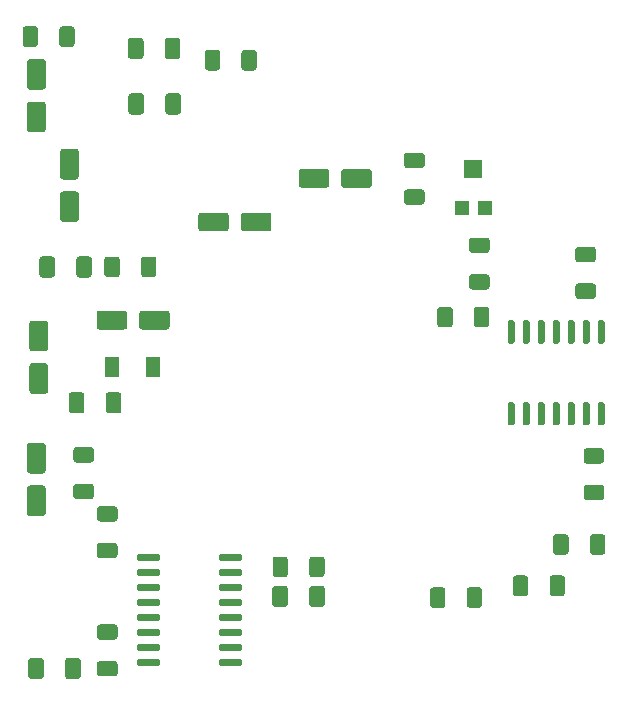
<source format=gtp>
G04 #@! TF.GenerationSoftware,KiCad,Pcbnew,5.1.10-88a1d61d58~88~ubuntu18.04.1*
G04 #@! TF.CreationDate,2024-08-03T23:10:31-04:00*
G04 #@! TF.ProjectId,238-capstan,3233382d-6361-4707-9374-616e2e6b6963,rev?*
G04 #@! TF.SameCoordinates,Original*
G04 #@! TF.FileFunction,Paste,Top*
G04 #@! TF.FilePolarity,Positive*
%FSLAX46Y46*%
G04 Gerber Fmt 4.6, Leading zero omitted, Abs format (unit mm)*
G04 Created by KiCad (PCBNEW 5.1.10-88a1d61d58~88~ubuntu18.04.1) date 2024-08-03 23:10:31*
%MOMM*%
%LPD*%
G01*
G04 APERTURE LIST*
%ADD10R,1.300000X1.700000*%
%ADD11R,1.600000X1.500000*%
%ADD12R,1.200000X1.200000*%
G04 APERTURE END LIST*
D10*
X129400000Y-87500000D03*
X132900000Y-87500000D03*
G36*
G01*
X154375000Y-72437500D02*
X155625000Y-72437500D01*
G75*
G02*
X155875000Y-72687500I0J-250000D01*
G01*
X155875000Y-73487500D01*
G75*
G02*
X155625000Y-73737500I-250000J0D01*
G01*
X154375000Y-73737500D01*
G75*
G02*
X154125000Y-73487500I0J250000D01*
G01*
X154125000Y-72687500D01*
G75*
G02*
X154375000Y-72437500I250000J0D01*
G01*
G37*
G36*
G01*
X154375000Y-69337500D02*
X155625000Y-69337500D01*
G75*
G02*
X155875000Y-69587500I0J-250000D01*
G01*
X155875000Y-70387500D01*
G75*
G02*
X155625000Y-70637500I-250000J0D01*
G01*
X154375000Y-70637500D01*
G75*
G02*
X154125000Y-70387500I0J250000D01*
G01*
X154125000Y-69587500D01*
G75*
G02*
X154375000Y-69337500I250000J0D01*
G01*
G37*
G36*
G01*
X138562500Y-60875000D02*
X138562500Y-62125000D01*
G75*
G02*
X138312500Y-62375000I-250000J0D01*
G01*
X137512500Y-62375000D01*
G75*
G02*
X137262500Y-62125000I0J250000D01*
G01*
X137262500Y-60875000D01*
G75*
G02*
X137512500Y-60625000I250000J0D01*
G01*
X138312500Y-60625000D01*
G75*
G02*
X138562500Y-60875000I0J-250000D01*
G01*
G37*
G36*
G01*
X141662500Y-60875000D02*
X141662500Y-62125000D01*
G75*
G02*
X141412500Y-62375000I-250000J0D01*
G01*
X140612500Y-62375000D01*
G75*
G02*
X140362500Y-62125000I0J250000D01*
G01*
X140362500Y-60875000D01*
G75*
G02*
X140612500Y-60625000I250000J0D01*
G01*
X141412500Y-60625000D01*
G75*
G02*
X141662500Y-60875000I0J-250000D01*
G01*
G37*
G36*
G01*
X123137500Y-58875000D02*
X123137500Y-60125000D01*
G75*
G02*
X122887500Y-60375000I-250000J0D01*
G01*
X122087500Y-60375000D01*
G75*
G02*
X121837500Y-60125000I0J250000D01*
G01*
X121837500Y-58875000D01*
G75*
G02*
X122087500Y-58625000I250000J0D01*
G01*
X122887500Y-58625000D01*
G75*
G02*
X123137500Y-58875000I0J-250000D01*
G01*
G37*
G36*
G01*
X126237500Y-58875000D02*
X126237500Y-60125000D01*
G75*
G02*
X125987500Y-60375000I-250000J0D01*
G01*
X125187500Y-60375000D01*
G75*
G02*
X124937500Y-60125000I0J250000D01*
G01*
X124937500Y-58875000D01*
G75*
G02*
X125187500Y-58625000I250000J0D01*
G01*
X125987500Y-58625000D01*
G75*
G02*
X126237500Y-58875000I0J-250000D01*
G01*
G37*
G36*
G01*
X131862500Y-79625000D02*
X131862500Y-78375000D01*
G75*
G02*
X132112500Y-78125000I250000J0D01*
G01*
X132912500Y-78125000D01*
G75*
G02*
X133162500Y-78375000I0J-250000D01*
G01*
X133162500Y-79625000D01*
G75*
G02*
X132912500Y-79875000I-250000J0D01*
G01*
X132112500Y-79875000D01*
G75*
G02*
X131862500Y-79625000I0J250000D01*
G01*
G37*
G36*
G01*
X128762500Y-79625000D02*
X128762500Y-78375000D01*
G75*
G02*
X129012500Y-78125000I250000J0D01*
G01*
X129812500Y-78125000D01*
G75*
G02*
X130062500Y-78375000I0J-250000D01*
G01*
X130062500Y-79625000D01*
G75*
G02*
X129812500Y-79875000I-250000J0D01*
G01*
X129012500Y-79875000D01*
G75*
G02*
X128762500Y-79625000I0J250000D01*
G01*
G37*
G36*
G01*
X170825000Y-95650000D02*
X169575000Y-95650000D01*
G75*
G02*
X169325000Y-95400000I0J250000D01*
G01*
X169325000Y-94600000D01*
G75*
G02*
X169575000Y-94350000I250000J0D01*
G01*
X170825000Y-94350000D01*
G75*
G02*
X171075000Y-94600000I0J-250000D01*
G01*
X171075000Y-95400000D01*
G75*
G02*
X170825000Y-95650000I-250000J0D01*
G01*
G37*
G36*
G01*
X170825000Y-98750000D02*
X169575000Y-98750000D01*
G75*
G02*
X169325000Y-98500000I0J250000D01*
G01*
X169325000Y-97700000D01*
G75*
G02*
X169575000Y-97450000I250000J0D01*
G01*
X170825000Y-97450000D01*
G75*
G02*
X171075000Y-97700000I0J-250000D01*
G01*
X171075000Y-98500000D01*
G75*
G02*
X170825000Y-98750000I-250000J0D01*
G01*
G37*
G36*
G01*
X164650000Y-105375000D02*
X164650000Y-106625000D01*
G75*
G02*
X164400000Y-106875000I-250000J0D01*
G01*
X163600000Y-106875000D01*
G75*
G02*
X163350000Y-106625000I0J250000D01*
G01*
X163350000Y-105375000D01*
G75*
G02*
X163600000Y-105125000I250000J0D01*
G01*
X164400000Y-105125000D01*
G75*
G02*
X164650000Y-105375000I0J-250000D01*
G01*
G37*
G36*
G01*
X167750000Y-105375000D02*
X167750000Y-106625000D01*
G75*
G02*
X167500000Y-106875000I-250000J0D01*
G01*
X166700000Y-106875000D01*
G75*
G02*
X166450000Y-106625000I0J250000D01*
G01*
X166450000Y-105375000D01*
G75*
G02*
X166700000Y-105125000I250000J0D01*
G01*
X167500000Y-105125000D01*
G75*
G02*
X167750000Y-105375000I0J-250000D01*
G01*
G37*
G36*
G01*
X157637500Y-106375000D02*
X157637500Y-107625000D01*
G75*
G02*
X157387500Y-107875000I-250000J0D01*
G01*
X156587500Y-107875000D01*
G75*
G02*
X156337500Y-107625000I0J250000D01*
G01*
X156337500Y-106375000D01*
G75*
G02*
X156587500Y-106125000I250000J0D01*
G01*
X157387500Y-106125000D01*
G75*
G02*
X157637500Y-106375000I0J-250000D01*
G01*
G37*
G36*
G01*
X160737500Y-106375000D02*
X160737500Y-107625000D01*
G75*
G02*
X160487500Y-107875000I-250000J0D01*
G01*
X159687500Y-107875000D01*
G75*
G02*
X159437500Y-107625000I0J250000D01*
G01*
X159437500Y-106375000D01*
G75*
G02*
X159687500Y-106125000I250000J0D01*
G01*
X160487500Y-106125000D01*
G75*
G02*
X160737500Y-106375000I0J-250000D01*
G01*
G37*
G36*
G01*
X128375000Y-112362500D02*
X129625000Y-112362500D01*
G75*
G02*
X129875000Y-112612500I0J-250000D01*
G01*
X129875000Y-113412500D01*
G75*
G02*
X129625000Y-113662500I-250000J0D01*
G01*
X128375000Y-113662500D01*
G75*
G02*
X128125000Y-113412500I0J250000D01*
G01*
X128125000Y-112612500D01*
G75*
G02*
X128375000Y-112362500I250000J0D01*
G01*
G37*
G36*
G01*
X128375000Y-109262500D02*
X129625000Y-109262500D01*
G75*
G02*
X129875000Y-109512500I0J-250000D01*
G01*
X129875000Y-110312500D01*
G75*
G02*
X129625000Y-110562500I-250000J0D01*
G01*
X128375000Y-110562500D01*
G75*
G02*
X128125000Y-110312500I0J250000D01*
G01*
X128125000Y-109512500D01*
G75*
G02*
X128375000Y-109262500I250000J0D01*
G01*
G37*
G36*
G01*
X128375000Y-102362500D02*
X129625000Y-102362500D01*
G75*
G02*
X129875000Y-102612500I0J-250000D01*
G01*
X129875000Y-103412500D01*
G75*
G02*
X129625000Y-103662500I-250000J0D01*
G01*
X128375000Y-103662500D01*
G75*
G02*
X128125000Y-103412500I0J250000D01*
G01*
X128125000Y-102612500D01*
G75*
G02*
X128375000Y-102362500I250000J0D01*
G01*
G37*
G36*
G01*
X128375000Y-99262500D02*
X129625000Y-99262500D01*
G75*
G02*
X129875000Y-99512500I0J-250000D01*
G01*
X129875000Y-100312500D01*
G75*
G02*
X129625000Y-100562500I-250000J0D01*
G01*
X128375000Y-100562500D01*
G75*
G02*
X128125000Y-100312500I0J250000D01*
G01*
X128125000Y-99512500D01*
G75*
G02*
X128375000Y-99262500I250000J0D01*
G01*
G37*
G36*
G01*
X127625000Y-95562500D02*
X126375000Y-95562500D01*
G75*
G02*
X126125000Y-95312500I0J250000D01*
G01*
X126125000Y-94512500D01*
G75*
G02*
X126375000Y-94262500I250000J0D01*
G01*
X127625000Y-94262500D01*
G75*
G02*
X127875000Y-94512500I0J-250000D01*
G01*
X127875000Y-95312500D01*
G75*
G02*
X127625000Y-95562500I-250000J0D01*
G01*
G37*
G36*
G01*
X127625000Y-98662500D02*
X126375000Y-98662500D01*
G75*
G02*
X126125000Y-98412500I0J250000D01*
G01*
X126125000Y-97612500D01*
G75*
G02*
X126375000Y-97362500I250000J0D01*
G01*
X127625000Y-97362500D01*
G75*
G02*
X127875000Y-97612500I0J-250000D01*
G01*
X127875000Y-98412500D01*
G75*
G02*
X127625000Y-98662500I-250000J0D01*
G01*
G37*
G36*
G01*
X144300000Y-103775000D02*
X144300000Y-105025000D01*
G75*
G02*
X144050000Y-105275000I-250000J0D01*
G01*
X143250000Y-105275000D01*
G75*
G02*
X143000000Y-105025000I0J250000D01*
G01*
X143000000Y-103775000D01*
G75*
G02*
X143250000Y-103525000I250000J0D01*
G01*
X144050000Y-103525000D01*
G75*
G02*
X144300000Y-103775000I0J-250000D01*
G01*
G37*
G36*
G01*
X147400000Y-103775000D02*
X147400000Y-105025000D01*
G75*
G02*
X147150000Y-105275000I-250000J0D01*
G01*
X146350000Y-105275000D01*
G75*
G02*
X146100000Y-105025000I0J250000D01*
G01*
X146100000Y-103775000D01*
G75*
G02*
X146350000Y-103525000I250000J0D01*
G01*
X147150000Y-103525000D01*
G75*
G02*
X147400000Y-103775000I0J-250000D01*
G01*
G37*
G36*
G01*
X161125000Y-77812500D02*
X159875000Y-77812500D01*
G75*
G02*
X159625000Y-77562500I0J250000D01*
G01*
X159625000Y-76762500D01*
G75*
G02*
X159875000Y-76512500I250000J0D01*
G01*
X161125000Y-76512500D01*
G75*
G02*
X161375000Y-76762500I0J-250000D01*
G01*
X161375000Y-77562500D01*
G75*
G02*
X161125000Y-77812500I-250000J0D01*
G01*
G37*
G36*
G01*
X161125000Y-80912500D02*
X159875000Y-80912500D01*
G75*
G02*
X159625000Y-80662500I0J250000D01*
G01*
X159625000Y-79862500D01*
G75*
G02*
X159875000Y-79612500I250000J0D01*
G01*
X161125000Y-79612500D01*
G75*
G02*
X161375000Y-79862500I0J-250000D01*
G01*
X161375000Y-80662500D01*
G75*
G02*
X161125000Y-80912500I-250000J0D01*
G01*
G37*
G36*
G01*
X168875000Y-80400000D02*
X170125000Y-80400000D01*
G75*
G02*
X170375000Y-80650000I0J-250000D01*
G01*
X170375000Y-81450000D01*
G75*
G02*
X170125000Y-81700000I-250000J0D01*
G01*
X168875000Y-81700000D01*
G75*
G02*
X168625000Y-81450000I0J250000D01*
G01*
X168625000Y-80650000D01*
G75*
G02*
X168875000Y-80400000I250000J0D01*
G01*
G37*
G36*
G01*
X168875000Y-77300000D02*
X170125000Y-77300000D01*
G75*
G02*
X170375000Y-77550000I0J-250000D01*
G01*
X170375000Y-78350000D01*
G75*
G02*
X170125000Y-78600000I-250000J0D01*
G01*
X168875000Y-78600000D01*
G75*
G02*
X168625000Y-78350000I0J250000D01*
G01*
X168625000Y-77550000D01*
G75*
G02*
X168875000Y-77300000I250000J0D01*
G01*
G37*
G36*
G01*
X160050000Y-83875000D02*
X160050000Y-82625000D01*
G75*
G02*
X160300000Y-82375000I250000J0D01*
G01*
X161100000Y-82375000D01*
G75*
G02*
X161350000Y-82625000I0J-250000D01*
G01*
X161350000Y-83875000D01*
G75*
G02*
X161100000Y-84125000I-250000J0D01*
G01*
X160300000Y-84125000D01*
G75*
G02*
X160050000Y-83875000I0J250000D01*
G01*
G37*
G36*
G01*
X156950000Y-83875000D02*
X156950000Y-82625000D01*
G75*
G02*
X157200000Y-82375000I250000J0D01*
G01*
X158000000Y-82375000D01*
G75*
G02*
X158250000Y-82625000I0J-250000D01*
G01*
X158250000Y-83875000D01*
G75*
G02*
X158000000Y-84125000I-250000J0D01*
G01*
X157200000Y-84125000D01*
G75*
G02*
X156950000Y-83875000I0J250000D01*
G01*
G37*
G36*
G01*
X168062500Y-101875000D02*
X168062500Y-103125000D01*
G75*
G02*
X167812500Y-103375000I-250000J0D01*
G01*
X167012500Y-103375000D01*
G75*
G02*
X166762500Y-103125000I0J250000D01*
G01*
X166762500Y-101875000D01*
G75*
G02*
X167012500Y-101625000I250000J0D01*
G01*
X167812500Y-101625000D01*
G75*
G02*
X168062500Y-101875000I0J-250000D01*
G01*
G37*
G36*
G01*
X171162500Y-101875000D02*
X171162500Y-103125000D01*
G75*
G02*
X170912500Y-103375000I-250000J0D01*
G01*
X170112500Y-103375000D01*
G75*
G02*
X169862500Y-103125000I0J250000D01*
G01*
X169862500Y-101875000D01*
G75*
G02*
X170112500Y-101625000I250000J0D01*
G01*
X170912500Y-101625000D01*
G75*
G02*
X171162500Y-101875000I0J-250000D01*
G01*
G37*
G36*
G01*
X144300000Y-106249999D02*
X144300000Y-107550001D01*
G75*
G02*
X144050001Y-107800000I-249999J0D01*
G01*
X143224999Y-107800000D01*
G75*
G02*
X142975000Y-107550001I0J249999D01*
G01*
X142975000Y-106249999D01*
G75*
G02*
X143224999Y-106000000I249999J0D01*
G01*
X144050001Y-106000000D01*
G75*
G02*
X144300000Y-106249999I0J-249999D01*
G01*
G37*
G36*
G01*
X147425000Y-106249999D02*
X147425000Y-107550001D01*
G75*
G02*
X147175001Y-107800000I-249999J0D01*
G01*
X146349999Y-107800000D01*
G75*
G02*
X146100000Y-107550001I0J249999D01*
G01*
X146100000Y-106249999D01*
G75*
G02*
X146349999Y-106000000I249999J0D01*
G01*
X147175001Y-106000000D01*
G75*
G02*
X147425000Y-106249999I0J-249999D01*
G01*
G37*
G36*
G01*
X133922500Y-65850001D02*
X133922500Y-64549999D01*
G75*
G02*
X134172499Y-64300000I249999J0D01*
G01*
X134997501Y-64300000D01*
G75*
G02*
X135247500Y-64549999I0J-249999D01*
G01*
X135247500Y-65850001D01*
G75*
G02*
X134997501Y-66100000I-249999J0D01*
G01*
X134172499Y-66100000D01*
G75*
G02*
X133922500Y-65850001I0J249999D01*
G01*
G37*
G36*
G01*
X130797500Y-65850001D02*
X130797500Y-64549999D01*
G75*
G02*
X131047499Y-64300000I249999J0D01*
G01*
X131872501Y-64300000D01*
G75*
G02*
X132122500Y-64549999I0J-249999D01*
G01*
X132122500Y-65850001D01*
G75*
G02*
X131872501Y-66100000I-249999J0D01*
G01*
X131047499Y-66100000D01*
G75*
G02*
X130797500Y-65850001I0J249999D01*
G01*
G37*
G36*
G01*
X133875000Y-61150001D02*
X133875000Y-59849999D01*
G75*
G02*
X134124999Y-59600000I249999J0D01*
G01*
X134950001Y-59600000D01*
G75*
G02*
X135200000Y-59849999I0J-249999D01*
G01*
X135200000Y-61150001D01*
G75*
G02*
X134950001Y-61400000I-249999J0D01*
G01*
X134124999Y-61400000D01*
G75*
G02*
X133875000Y-61150001I0J249999D01*
G01*
G37*
G36*
G01*
X130750000Y-61150001D02*
X130750000Y-59849999D01*
G75*
G02*
X130999999Y-59600000I249999J0D01*
G01*
X131825001Y-59600000D01*
G75*
G02*
X132075000Y-59849999I0J-249999D01*
G01*
X132075000Y-61150001D01*
G75*
G02*
X131825001Y-61400000I-249999J0D01*
G01*
X130999999Y-61400000D01*
G75*
G02*
X130750000Y-61150001I0J249999D01*
G01*
G37*
G36*
G01*
X123625000Y-112349999D02*
X123625000Y-113650001D01*
G75*
G02*
X123375001Y-113900000I-249999J0D01*
G01*
X122549999Y-113900000D01*
G75*
G02*
X122300000Y-113650001I0J249999D01*
G01*
X122300000Y-112349999D01*
G75*
G02*
X122549999Y-112100000I249999J0D01*
G01*
X123375001Y-112100000D01*
G75*
G02*
X123625000Y-112349999I0J-249999D01*
G01*
G37*
G36*
G01*
X126750000Y-112349999D02*
X126750000Y-113650001D01*
G75*
G02*
X126500001Y-113900000I-249999J0D01*
G01*
X125674999Y-113900000D01*
G75*
G02*
X125425000Y-113650001I0J249999D01*
G01*
X125425000Y-112349999D01*
G75*
G02*
X125674999Y-112100000I249999J0D01*
G01*
X126500001Y-112100000D01*
G75*
G02*
X126750000Y-112349999I0J-249999D01*
G01*
G37*
G36*
G01*
X126375000Y-79650001D02*
X126375000Y-78349999D01*
G75*
G02*
X126624999Y-78100000I249999J0D01*
G01*
X127450001Y-78100000D01*
G75*
G02*
X127700000Y-78349999I0J-249999D01*
G01*
X127700000Y-79650001D01*
G75*
G02*
X127450001Y-79900000I-249999J0D01*
G01*
X126624999Y-79900000D01*
G75*
G02*
X126375000Y-79650001I0J249999D01*
G01*
G37*
G36*
G01*
X123250000Y-79650001D02*
X123250000Y-78349999D01*
G75*
G02*
X123499999Y-78100000I249999J0D01*
G01*
X124325001Y-78100000D01*
G75*
G02*
X124575000Y-78349999I0J-249999D01*
G01*
X124575000Y-79650001D01*
G75*
G02*
X124325001Y-79900000I-249999J0D01*
G01*
X123499999Y-79900000D01*
G75*
G02*
X123250000Y-79650001I0J249999D01*
G01*
G37*
G36*
G01*
X127075000Y-89849999D02*
X127075000Y-91150001D01*
G75*
G02*
X126825001Y-91400000I-249999J0D01*
G01*
X125999999Y-91400000D01*
G75*
G02*
X125750000Y-91150001I0J249999D01*
G01*
X125750000Y-89849999D01*
G75*
G02*
X125999999Y-89600000I249999J0D01*
G01*
X126825001Y-89600000D01*
G75*
G02*
X127075000Y-89849999I0J-249999D01*
G01*
G37*
G36*
G01*
X130200000Y-89849999D02*
X130200000Y-91150001D01*
G75*
G02*
X129950001Y-91400000I-249999J0D01*
G01*
X129124999Y-91400000D01*
G75*
G02*
X128875000Y-91150001I0J249999D01*
G01*
X128875000Y-89849999D01*
G75*
G02*
X129124999Y-89600000I249999J0D01*
G01*
X129950001Y-89600000D01*
G75*
G02*
X130200000Y-89849999I0J-249999D01*
G01*
G37*
D11*
X160000000Y-70750000D03*
D12*
X161000000Y-74000000D03*
X159000000Y-74000000D03*
G36*
G01*
X163340000Y-85487500D02*
X163040000Y-85487500D01*
G75*
G02*
X162890000Y-85337500I0J150000D01*
G01*
X162890000Y-83662500D01*
G75*
G02*
X163040000Y-83512500I150000J0D01*
G01*
X163340000Y-83512500D01*
G75*
G02*
X163490000Y-83662500I0J-150000D01*
G01*
X163490000Y-85337500D01*
G75*
G02*
X163340000Y-85487500I-150000J0D01*
G01*
G37*
G36*
G01*
X164610000Y-85487500D02*
X164310000Y-85487500D01*
G75*
G02*
X164160000Y-85337500I0J150000D01*
G01*
X164160000Y-83662500D01*
G75*
G02*
X164310000Y-83512500I150000J0D01*
G01*
X164610000Y-83512500D01*
G75*
G02*
X164760000Y-83662500I0J-150000D01*
G01*
X164760000Y-85337500D01*
G75*
G02*
X164610000Y-85487500I-150000J0D01*
G01*
G37*
G36*
G01*
X165880000Y-85487500D02*
X165580000Y-85487500D01*
G75*
G02*
X165430000Y-85337500I0J150000D01*
G01*
X165430000Y-83662500D01*
G75*
G02*
X165580000Y-83512500I150000J0D01*
G01*
X165880000Y-83512500D01*
G75*
G02*
X166030000Y-83662500I0J-150000D01*
G01*
X166030000Y-85337500D01*
G75*
G02*
X165880000Y-85487500I-150000J0D01*
G01*
G37*
G36*
G01*
X167150000Y-85487500D02*
X166850000Y-85487500D01*
G75*
G02*
X166700000Y-85337500I0J150000D01*
G01*
X166700000Y-83662500D01*
G75*
G02*
X166850000Y-83512500I150000J0D01*
G01*
X167150000Y-83512500D01*
G75*
G02*
X167300000Y-83662500I0J-150000D01*
G01*
X167300000Y-85337500D01*
G75*
G02*
X167150000Y-85487500I-150000J0D01*
G01*
G37*
G36*
G01*
X168420000Y-85487500D02*
X168120000Y-85487500D01*
G75*
G02*
X167970000Y-85337500I0J150000D01*
G01*
X167970000Y-83662500D01*
G75*
G02*
X168120000Y-83512500I150000J0D01*
G01*
X168420000Y-83512500D01*
G75*
G02*
X168570000Y-83662500I0J-150000D01*
G01*
X168570000Y-85337500D01*
G75*
G02*
X168420000Y-85487500I-150000J0D01*
G01*
G37*
G36*
G01*
X169690000Y-85487500D02*
X169390000Y-85487500D01*
G75*
G02*
X169240000Y-85337500I0J150000D01*
G01*
X169240000Y-83662500D01*
G75*
G02*
X169390000Y-83512500I150000J0D01*
G01*
X169690000Y-83512500D01*
G75*
G02*
X169840000Y-83662500I0J-150000D01*
G01*
X169840000Y-85337500D01*
G75*
G02*
X169690000Y-85487500I-150000J0D01*
G01*
G37*
G36*
G01*
X170960000Y-85487500D02*
X170660000Y-85487500D01*
G75*
G02*
X170510000Y-85337500I0J150000D01*
G01*
X170510000Y-83662500D01*
G75*
G02*
X170660000Y-83512500I150000J0D01*
G01*
X170960000Y-83512500D01*
G75*
G02*
X171110000Y-83662500I0J-150000D01*
G01*
X171110000Y-85337500D01*
G75*
G02*
X170960000Y-85487500I-150000J0D01*
G01*
G37*
G36*
G01*
X170960000Y-92412500D02*
X170660000Y-92412500D01*
G75*
G02*
X170510000Y-92262500I0J150000D01*
G01*
X170510000Y-90587500D01*
G75*
G02*
X170660000Y-90437500I150000J0D01*
G01*
X170960000Y-90437500D01*
G75*
G02*
X171110000Y-90587500I0J-150000D01*
G01*
X171110000Y-92262500D01*
G75*
G02*
X170960000Y-92412500I-150000J0D01*
G01*
G37*
G36*
G01*
X169690000Y-92412500D02*
X169390000Y-92412500D01*
G75*
G02*
X169240000Y-92262500I0J150000D01*
G01*
X169240000Y-90587500D01*
G75*
G02*
X169390000Y-90437500I150000J0D01*
G01*
X169690000Y-90437500D01*
G75*
G02*
X169840000Y-90587500I0J-150000D01*
G01*
X169840000Y-92262500D01*
G75*
G02*
X169690000Y-92412500I-150000J0D01*
G01*
G37*
G36*
G01*
X168420000Y-92412500D02*
X168120000Y-92412500D01*
G75*
G02*
X167970000Y-92262500I0J150000D01*
G01*
X167970000Y-90587500D01*
G75*
G02*
X168120000Y-90437500I150000J0D01*
G01*
X168420000Y-90437500D01*
G75*
G02*
X168570000Y-90587500I0J-150000D01*
G01*
X168570000Y-92262500D01*
G75*
G02*
X168420000Y-92412500I-150000J0D01*
G01*
G37*
G36*
G01*
X167150000Y-92412500D02*
X166850000Y-92412500D01*
G75*
G02*
X166700000Y-92262500I0J150000D01*
G01*
X166700000Y-90587500D01*
G75*
G02*
X166850000Y-90437500I150000J0D01*
G01*
X167150000Y-90437500D01*
G75*
G02*
X167300000Y-90587500I0J-150000D01*
G01*
X167300000Y-92262500D01*
G75*
G02*
X167150000Y-92412500I-150000J0D01*
G01*
G37*
G36*
G01*
X165880000Y-92412500D02*
X165580000Y-92412500D01*
G75*
G02*
X165430000Y-92262500I0J150000D01*
G01*
X165430000Y-90587500D01*
G75*
G02*
X165580000Y-90437500I150000J0D01*
G01*
X165880000Y-90437500D01*
G75*
G02*
X166030000Y-90587500I0J-150000D01*
G01*
X166030000Y-92262500D01*
G75*
G02*
X165880000Y-92412500I-150000J0D01*
G01*
G37*
G36*
G01*
X164610000Y-92412500D02*
X164310000Y-92412500D01*
G75*
G02*
X164160000Y-92262500I0J150000D01*
G01*
X164160000Y-90587500D01*
G75*
G02*
X164310000Y-90437500I150000J0D01*
G01*
X164610000Y-90437500D01*
G75*
G02*
X164760000Y-90587500I0J-150000D01*
G01*
X164760000Y-92262500D01*
G75*
G02*
X164610000Y-92412500I-150000J0D01*
G01*
G37*
G36*
G01*
X163340000Y-92412500D02*
X163040000Y-92412500D01*
G75*
G02*
X162890000Y-92262500I0J150000D01*
G01*
X162890000Y-90587500D01*
G75*
G02*
X163040000Y-90437500I150000J0D01*
G01*
X163340000Y-90437500D01*
G75*
G02*
X163490000Y-90587500I0J-150000D01*
G01*
X163490000Y-92262500D01*
G75*
G02*
X163340000Y-92412500I-150000J0D01*
G01*
G37*
G36*
G01*
X138437500Y-103760000D02*
X138437500Y-103460000D01*
G75*
G02*
X138587500Y-103310000I150000J0D01*
G01*
X140262500Y-103310000D01*
G75*
G02*
X140412500Y-103460000I0J-150000D01*
G01*
X140412500Y-103760000D01*
G75*
G02*
X140262500Y-103910000I-150000J0D01*
G01*
X138587500Y-103910000D01*
G75*
G02*
X138437500Y-103760000I0J150000D01*
G01*
G37*
G36*
G01*
X138437500Y-105030000D02*
X138437500Y-104730000D01*
G75*
G02*
X138587500Y-104580000I150000J0D01*
G01*
X140262500Y-104580000D01*
G75*
G02*
X140412500Y-104730000I0J-150000D01*
G01*
X140412500Y-105030000D01*
G75*
G02*
X140262500Y-105180000I-150000J0D01*
G01*
X138587500Y-105180000D01*
G75*
G02*
X138437500Y-105030000I0J150000D01*
G01*
G37*
G36*
G01*
X138437500Y-106300000D02*
X138437500Y-106000000D01*
G75*
G02*
X138587500Y-105850000I150000J0D01*
G01*
X140262500Y-105850000D01*
G75*
G02*
X140412500Y-106000000I0J-150000D01*
G01*
X140412500Y-106300000D01*
G75*
G02*
X140262500Y-106450000I-150000J0D01*
G01*
X138587500Y-106450000D01*
G75*
G02*
X138437500Y-106300000I0J150000D01*
G01*
G37*
G36*
G01*
X138437500Y-107570000D02*
X138437500Y-107270000D01*
G75*
G02*
X138587500Y-107120000I150000J0D01*
G01*
X140262500Y-107120000D01*
G75*
G02*
X140412500Y-107270000I0J-150000D01*
G01*
X140412500Y-107570000D01*
G75*
G02*
X140262500Y-107720000I-150000J0D01*
G01*
X138587500Y-107720000D01*
G75*
G02*
X138437500Y-107570000I0J150000D01*
G01*
G37*
G36*
G01*
X138437500Y-108840000D02*
X138437500Y-108540000D01*
G75*
G02*
X138587500Y-108390000I150000J0D01*
G01*
X140262500Y-108390000D01*
G75*
G02*
X140412500Y-108540000I0J-150000D01*
G01*
X140412500Y-108840000D01*
G75*
G02*
X140262500Y-108990000I-150000J0D01*
G01*
X138587500Y-108990000D01*
G75*
G02*
X138437500Y-108840000I0J150000D01*
G01*
G37*
G36*
G01*
X138437500Y-110110000D02*
X138437500Y-109810000D01*
G75*
G02*
X138587500Y-109660000I150000J0D01*
G01*
X140262500Y-109660000D01*
G75*
G02*
X140412500Y-109810000I0J-150000D01*
G01*
X140412500Y-110110000D01*
G75*
G02*
X140262500Y-110260000I-150000J0D01*
G01*
X138587500Y-110260000D01*
G75*
G02*
X138437500Y-110110000I0J150000D01*
G01*
G37*
G36*
G01*
X138437500Y-111380000D02*
X138437500Y-111080000D01*
G75*
G02*
X138587500Y-110930000I150000J0D01*
G01*
X140262500Y-110930000D01*
G75*
G02*
X140412500Y-111080000I0J-150000D01*
G01*
X140412500Y-111380000D01*
G75*
G02*
X140262500Y-111530000I-150000J0D01*
G01*
X138587500Y-111530000D01*
G75*
G02*
X138437500Y-111380000I0J150000D01*
G01*
G37*
G36*
G01*
X138437500Y-112650000D02*
X138437500Y-112350000D01*
G75*
G02*
X138587500Y-112200000I150000J0D01*
G01*
X140262500Y-112200000D01*
G75*
G02*
X140412500Y-112350000I0J-150000D01*
G01*
X140412500Y-112650000D01*
G75*
G02*
X140262500Y-112800000I-150000J0D01*
G01*
X138587500Y-112800000D01*
G75*
G02*
X138437500Y-112650000I0J150000D01*
G01*
G37*
G36*
G01*
X131512500Y-112650000D02*
X131512500Y-112350000D01*
G75*
G02*
X131662500Y-112200000I150000J0D01*
G01*
X133337500Y-112200000D01*
G75*
G02*
X133487500Y-112350000I0J-150000D01*
G01*
X133487500Y-112650000D01*
G75*
G02*
X133337500Y-112800000I-150000J0D01*
G01*
X131662500Y-112800000D01*
G75*
G02*
X131512500Y-112650000I0J150000D01*
G01*
G37*
G36*
G01*
X131512500Y-111380000D02*
X131512500Y-111080000D01*
G75*
G02*
X131662500Y-110930000I150000J0D01*
G01*
X133337500Y-110930000D01*
G75*
G02*
X133487500Y-111080000I0J-150000D01*
G01*
X133487500Y-111380000D01*
G75*
G02*
X133337500Y-111530000I-150000J0D01*
G01*
X131662500Y-111530000D01*
G75*
G02*
X131512500Y-111380000I0J150000D01*
G01*
G37*
G36*
G01*
X131512500Y-110110000D02*
X131512500Y-109810000D01*
G75*
G02*
X131662500Y-109660000I150000J0D01*
G01*
X133337500Y-109660000D01*
G75*
G02*
X133487500Y-109810000I0J-150000D01*
G01*
X133487500Y-110110000D01*
G75*
G02*
X133337500Y-110260000I-150000J0D01*
G01*
X131662500Y-110260000D01*
G75*
G02*
X131512500Y-110110000I0J150000D01*
G01*
G37*
G36*
G01*
X131512500Y-108840000D02*
X131512500Y-108540000D01*
G75*
G02*
X131662500Y-108390000I150000J0D01*
G01*
X133337500Y-108390000D01*
G75*
G02*
X133487500Y-108540000I0J-150000D01*
G01*
X133487500Y-108840000D01*
G75*
G02*
X133337500Y-108990000I-150000J0D01*
G01*
X131662500Y-108990000D01*
G75*
G02*
X131512500Y-108840000I0J150000D01*
G01*
G37*
G36*
G01*
X131512500Y-107570000D02*
X131512500Y-107270000D01*
G75*
G02*
X131662500Y-107120000I150000J0D01*
G01*
X133337500Y-107120000D01*
G75*
G02*
X133487500Y-107270000I0J-150000D01*
G01*
X133487500Y-107570000D01*
G75*
G02*
X133337500Y-107720000I-150000J0D01*
G01*
X131662500Y-107720000D01*
G75*
G02*
X131512500Y-107570000I0J150000D01*
G01*
G37*
G36*
G01*
X131512500Y-106300000D02*
X131512500Y-106000000D01*
G75*
G02*
X131662500Y-105850000I150000J0D01*
G01*
X133337500Y-105850000D01*
G75*
G02*
X133487500Y-106000000I0J-150000D01*
G01*
X133487500Y-106300000D01*
G75*
G02*
X133337500Y-106450000I-150000J0D01*
G01*
X131662500Y-106450000D01*
G75*
G02*
X131512500Y-106300000I0J150000D01*
G01*
G37*
G36*
G01*
X131512500Y-105030000D02*
X131512500Y-104730000D01*
G75*
G02*
X131662500Y-104580000I150000J0D01*
G01*
X133337500Y-104580000D01*
G75*
G02*
X133487500Y-104730000I0J-150000D01*
G01*
X133487500Y-105030000D01*
G75*
G02*
X133337500Y-105180000I-150000J0D01*
G01*
X131662500Y-105180000D01*
G75*
G02*
X131512500Y-105030000I0J150000D01*
G01*
G37*
G36*
G01*
X131512500Y-103760000D02*
X131512500Y-103460000D01*
G75*
G02*
X131662500Y-103310000I150000J0D01*
G01*
X133337500Y-103310000D01*
G75*
G02*
X133487500Y-103460000I0J-150000D01*
G01*
X133487500Y-103760000D01*
G75*
G02*
X133337500Y-103910000I-150000J0D01*
G01*
X131662500Y-103910000D01*
G75*
G02*
X131512500Y-103760000I0J150000D01*
G01*
G37*
G36*
G01*
X130700000Y-82950000D02*
X130700000Y-84050000D01*
G75*
G02*
X130450000Y-84300000I-250000J0D01*
G01*
X128350000Y-84300000D01*
G75*
G02*
X128100000Y-84050000I0J250000D01*
G01*
X128100000Y-82950000D01*
G75*
G02*
X128350000Y-82700000I250000J0D01*
G01*
X130450000Y-82700000D01*
G75*
G02*
X130700000Y-82950000I0J-250000D01*
G01*
G37*
G36*
G01*
X134300000Y-82950000D02*
X134300000Y-84050000D01*
G75*
G02*
X134050000Y-84300000I-250000J0D01*
G01*
X131950000Y-84300000D01*
G75*
G02*
X131700000Y-84050000I0J250000D01*
G01*
X131700000Y-82950000D01*
G75*
G02*
X131950000Y-82700000I250000J0D01*
G01*
X134050000Y-82700000D01*
G75*
G02*
X134300000Y-82950000I0J-250000D01*
G01*
G37*
G36*
G01*
X148800000Y-72050000D02*
X148800000Y-70950000D01*
G75*
G02*
X149050000Y-70700000I250000J0D01*
G01*
X151150000Y-70700000D01*
G75*
G02*
X151400000Y-70950000I0J-250000D01*
G01*
X151400000Y-72050000D01*
G75*
G02*
X151150000Y-72300000I-250000J0D01*
G01*
X149050000Y-72300000D01*
G75*
G02*
X148800000Y-72050000I0J250000D01*
G01*
G37*
G36*
G01*
X145200000Y-72050000D02*
X145200000Y-70950000D01*
G75*
G02*
X145450000Y-70700000I250000J0D01*
G01*
X147550000Y-70700000D01*
G75*
G02*
X147800000Y-70950000I0J-250000D01*
G01*
X147800000Y-72050000D01*
G75*
G02*
X147550000Y-72300000I-250000J0D01*
G01*
X145450000Y-72300000D01*
G75*
G02*
X145200000Y-72050000I0J250000D01*
G01*
G37*
G36*
G01*
X123550000Y-64000000D02*
X122450000Y-64000000D01*
G75*
G02*
X122200000Y-63750000I0J250000D01*
G01*
X122200000Y-61650000D01*
G75*
G02*
X122450000Y-61400000I250000J0D01*
G01*
X123550000Y-61400000D01*
G75*
G02*
X123800000Y-61650000I0J-250000D01*
G01*
X123800000Y-63750000D01*
G75*
G02*
X123550000Y-64000000I-250000J0D01*
G01*
G37*
G36*
G01*
X123550000Y-67600000D02*
X122450000Y-67600000D01*
G75*
G02*
X122200000Y-67350000I0J250000D01*
G01*
X122200000Y-65250000D01*
G75*
G02*
X122450000Y-65000000I250000J0D01*
G01*
X123550000Y-65000000D01*
G75*
G02*
X123800000Y-65250000I0J-250000D01*
G01*
X123800000Y-67350000D01*
G75*
G02*
X123550000Y-67600000I-250000J0D01*
G01*
G37*
G36*
G01*
X140300000Y-75750000D02*
X140300000Y-74650000D01*
G75*
G02*
X140550000Y-74400000I250000J0D01*
G01*
X142650000Y-74400000D01*
G75*
G02*
X142900000Y-74650000I0J-250000D01*
G01*
X142900000Y-75750000D01*
G75*
G02*
X142650000Y-76000000I-250000J0D01*
G01*
X140550000Y-76000000D01*
G75*
G02*
X140300000Y-75750000I0J250000D01*
G01*
G37*
G36*
G01*
X136700000Y-75750000D02*
X136700000Y-74650000D01*
G75*
G02*
X136950000Y-74400000I250000J0D01*
G01*
X139050000Y-74400000D01*
G75*
G02*
X139300000Y-74650000I0J-250000D01*
G01*
X139300000Y-75750000D01*
G75*
G02*
X139050000Y-76000000I-250000J0D01*
G01*
X136950000Y-76000000D01*
G75*
G02*
X136700000Y-75750000I0J250000D01*
G01*
G37*
G36*
G01*
X126350000Y-71600000D02*
X125250000Y-71600000D01*
G75*
G02*
X125000000Y-71350000I0J250000D01*
G01*
X125000000Y-69250000D01*
G75*
G02*
X125250000Y-69000000I250000J0D01*
G01*
X126350000Y-69000000D01*
G75*
G02*
X126600000Y-69250000I0J-250000D01*
G01*
X126600000Y-71350000D01*
G75*
G02*
X126350000Y-71600000I-250000J0D01*
G01*
G37*
G36*
G01*
X126350000Y-75200000D02*
X125250000Y-75200000D01*
G75*
G02*
X125000000Y-74950000I0J250000D01*
G01*
X125000000Y-72850000D01*
G75*
G02*
X125250000Y-72600000I250000J0D01*
G01*
X126350000Y-72600000D01*
G75*
G02*
X126600000Y-72850000I0J-250000D01*
G01*
X126600000Y-74950000D01*
G75*
G02*
X126350000Y-75200000I-250000J0D01*
G01*
G37*
G36*
G01*
X123550000Y-96500000D02*
X122450000Y-96500000D01*
G75*
G02*
X122200000Y-96250000I0J250000D01*
G01*
X122200000Y-94150000D01*
G75*
G02*
X122450000Y-93900000I250000J0D01*
G01*
X123550000Y-93900000D01*
G75*
G02*
X123800000Y-94150000I0J-250000D01*
G01*
X123800000Y-96250000D01*
G75*
G02*
X123550000Y-96500000I-250000J0D01*
G01*
G37*
G36*
G01*
X123550000Y-100100000D02*
X122450000Y-100100000D01*
G75*
G02*
X122200000Y-99850000I0J250000D01*
G01*
X122200000Y-97750000D01*
G75*
G02*
X122450000Y-97500000I250000J0D01*
G01*
X123550000Y-97500000D01*
G75*
G02*
X123800000Y-97750000I0J-250000D01*
G01*
X123800000Y-99850000D01*
G75*
G02*
X123550000Y-100100000I-250000J0D01*
G01*
G37*
G36*
G01*
X123750000Y-86150000D02*
X122650000Y-86150000D01*
G75*
G02*
X122400000Y-85900000I0J250000D01*
G01*
X122400000Y-83800000D01*
G75*
G02*
X122650000Y-83550000I250000J0D01*
G01*
X123750000Y-83550000D01*
G75*
G02*
X124000000Y-83800000I0J-250000D01*
G01*
X124000000Y-85900000D01*
G75*
G02*
X123750000Y-86150000I-250000J0D01*
G01*
G37*
G36*
G01*
X123750000Y-89750000D02*
X122650000Y-89750000D01*
G75*
G02*
X122400000Y-89500000I0J250000D01*
G01*
X122400000Y-87400000D01*
G75*
G02*
X122650000Y-87150000I250000J0D01*
G01*
X123750000Y-87150000D01*
G75*
G02*
X124000000Y-87400000I0J-250000D01*
G01*
X124000000Y-89500000D01*
G75*
G02*
X123750000Y-89750000I-250000J0D01*
G01*
G37*
M02*

</source>
